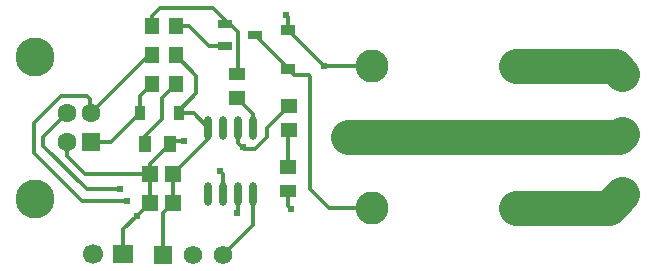
<source format=gtl>
G04 Layer: TopLayer*
G04 EasyEDA v6.5.46, 2024-12-21 23:49:30*
G04 a48d52c4405643ed9221939320048749,90bc6745850c4897ba40f9b8fad946ce,10*
G04 Gerber Generator version 0.2*
G04 Scale: 100 percent, Rotated: No, Reflected: No *
G04 Dimensions in millimeters *
G04 leading zeros omitted , absolute positions ,4 integer and 5 decimal *
%FSLAX45Y45*%
%MOMM*%

%AMMACRO1*21,1,$1,$2,0,0,$3*%
%ADD10C,0.3000*%
%ADD11C,3.0000*%
%ADD12MACRO1,1.35X1.41X90.0000*%
%ADD13R,1.3995X1.3005*%
%ADD14R,1.0000X1.3995*%
%ADD15MACRO1,1.377X1.1325X-90.0000*%
%ADD16MACRO1,1.377X1.1325X0.0000*%
%ADD17R,1.3770X1.1325*%
%ADD18R,0.9300X1.2000*%
%ADD19O,0.6500114X2.032*%
%ADD20R,1.2500X0.7000*%
%ADD21MACRO1,1.377X1.1325X90.0000*%
%ADD22R,1.2000X0.9300*%
%ADD23R,1.7000X1.5748*%
%ADD24C,1.7000*%
%ADD25C,1.5748*%
%ADD26R,1.5748X1.5748*%
%ADD27R,1.6000X1.6000*%
%ADD28C,1.6000*%
%ADD29C,3.3000*%
%ADD30C,2.0000*%
%ADD31C,2.7940*%
%ADD32C,0.6200*%

%LPD*%
D10*
X1746757Y6830568D02*
G01*
X1739900Y6837426D01*
X1739900Y6946900D01*
X1714500Y6972300D01*
X1498600Y6972300D01*
X1270000Y6743700D01*
X1270000Y6489700D01*
X1676400Y6083300D01*
X2057400Y6083300D01*
X2984500Y5981700D02*
G01*
X2997200Y5994400D01*
X2997200Y6146594D01*
X1546806Y6830590D02*
G01*
X1346200Y6629981D01*
X1346200Y6553200D01*
X1714500Y6184900D01*
X1993900Y6184900D01*
X2844800Y6337300D02*
G01*
X2870200Y6311900D01*
X2870200Y6146594D01*
X1546806Y6580609D02*
G01*
X1546806Y6466893D01*
X1699257Y6314442D01*
X2244923Y6314442D01*
X3403600Y7658100D02*
G01*
X3419784Y7641907D01*
X3419784Y7531000D01*
X2164902Y6826181D02*
G01*
X1919330Y6580609D01*
X1746808Y6580609D01*
X2416558Y6567804D02*
G01*
X2440048Y6591300D01*
X2540000Y6591300D01*
X2416558Y6567804D02*
G01*
X2244923Y6396179D01*
X2244923Y6314442D01*
X3124200Y6146594D02*
G01*
X3124200Y5880100D01*
X2870200Y5626100D01*
X2445059Y6070600D02*
G01*
X2362200Y5987740D01*
X2362200Y5626100D01*
X2245060Y6070600D02*
G01*
X2135858Y5961397D01*
X2135858Y5961397D02*
G01*
X2019300Y5844839D01*
X2019300Y5638800D01*
X2444922Y6314442D02*
G01*
X2445059Y6070600D01*
X2265288Y7076213D02*
G01*
X2164902Y6975828D01*
X2164902Y6826181D01*
X2743200Y6705805D02*
G01*
X2622821Y6826181D01*
X2494904Y6826181D01*
X2444922Y6314442D02*
G01*
X2743200Y6612712D01*
X2743200Y6705805D01*
X2244923Y6314442D02*
G01*
X2245060Y6070600D01*
X1746808Y6830590D02*
G01*
X2238908Y7322690D01*
X2265288Y7322690D01*
X2465288Y7076213D02*
G01*
X2349500Y6960425D01*
X2349500Y6781800D01*
X2206500Y6638800D01*
X2206500Y6567804D01*
X2465288Y7322690D02*
G01*
X2641600Y7146378D01*
X2641600Y6997700D01*
X2494904Y6851004D01*
X2494904Y6826181D01*
X3441700Y6019800D02*
G01*
X3416300Y6045200D01*
X3416300Y6173774D01*
X3424560Y6892292D02*
G01*
X3238500Y6706232D01*
X3238500Y6629400D01*
X3136900Y6527800D01*
X3048000Y6527800D01*
X2997200Y6578600D01*
X2997200Y6705805D01*
X2984500Y6961200D02*
G01*
X3124200Y6821500D01*
X3124200Y6705805D01*
X3424560Y6682234D02*
G01*
X3416300Y6673974D01*
X3416300Y6373799D01*
X3419784Y7200999D02*
G01*
X3470696Y7150100D01*
X3594100Y7150100D01*
X3606800Y7137400D01*
X3606800Y6184900D01*
X3762301Y6029398D01*
X4125490Y6029398D01*
X3419784Y7531000D02*
G01*
X3721384Y7229401D01*
X3721384Y7229401D02*
G01*
X4125490Y7229401D01*
X3134865Y7493000D02*
G01*
X3419784Y7208080D01*
X3419784Y7200999D01*
X2884934Y7587995D02*
G01*
X2927598Y7587995D01*
X2997200Y7518400D01*
X2997200Y7173899D01*
X2984500Y7161199D01*
X2265250Y7569200D02*
G01*
X2265250Y7650050D01*
X2336800Y7721600D01*
X2781300Y7721600D01*
X2884934Y7617965D01*
X2884934Y7587995D01*
X2465250Y7569200D02*
G01*
X2578100Y7569200D01*
X2749301Y7398004D01*
X2884934Y7398004D01*
D11*
X5345508Y6029449D02*
G01*
X6131062Y6029449D01*
X6248400Y6146794D01*
X5345508Y7229350D02*
G01*
X6181849Y7229350D01*
X6248400Y7162794D01*
X3925491Y6629400D02*
G01*
X6223012Y6629400D01*
X6248400Y6654794D01*
D12*
G01*
X2444930Y6314440D03*
G01*
X2244925Y6314440D03*
D13*
G01*
X3424554Y6682231D03*
G01*
X3424554Y6892289D03*
D14*
G01*
X2206497Y6567804D03*
G01*
X2416556Y6567804D03*
D15*
G01*
X2265243Y7569200D03*
G01*
X2465252Y7569200D03*
D16*
G01*
X2984500Y6961195D03*
D17*
G01*
X2984500Y7161199D03*
D12*
G01*
X2445049Y6070600D03*
G01*
X2245045Y6070600D03*
D18*
G01*
X2494904Y6826183D03*
G01*
X2164908Y6826183D03*
D19*
G01*
X3124200Y6705803D03*
G01*
X2997200Y6705803D03*
G01*
X2870200Y6705803D03*
G01*
X2743200Y6705803D03*
G01*
X2743200Y6146596D03*
G01*
X2870200Y6146596D03*
G01*
X2997200Y6146596D03*
G01*
X3124200Y6146596D03*
D20*
G01*
X3134868Y7493000D03*
G01*
X2884931Y7398004D03*
G01*
X2884931Y7587995D03*
D21*
G01*
X2465293Y7322700D03*
G01*
X2265283Y7322700D03*
D15*
G01*
X2265283Y7076203D03*
G01*
X2465293Y7076203D03*
D22*
G01*
X3419789Y7530998D03*
G01*
X3419789Y7201001D03*
D16*
G01*
X3416292Y6373792D03*
D17*
G01*
X3416300Y6173774D03*
D23*
G01*
X2019300Y5638800D03*
D24*
G01*
X1765300Y5638800D03*
D25*
G01*
X2870200Y5626100D03*
G01*
X2616200Y5626100D03*
D26*
G01*
X2362200Y5626100D03*
D27*
G01*
X1746808Y6580606D03*
D28*
G01*
X1746808Y6830593D03*
G01*
X1546809Y6830593D03*
G01*
X1546809Y6580606D03*
D29*
G01*
X1275816Y7307605D03*
G01*
X1275816Y6103594D03*
D30*
G01*
X6248387Y7150087D03*
G01*
X6248387Y6134087D03*
G01*
X6248387Y6642087D03*
D31*
G01*
X5345498Y6029439D03*
G01*
X3925486Y6629387D03*
G01*
X4125485Y7229386D03*
G01*
X4125485Y6029388D03*
G01*
X5345498Y7229335D03*
D32*
G01*
X3721389Y7229398D03*
G01*
X3441700Y6019800D03*
G01*
X2135858Y5961400D03*
G01*
X2135858Y5961400D03*
G01*
X2540000Y6591300D03*
G01*
X3035300Y6540500D03*
G01*
X3403600Y7658100D03*
G01*
X1993900Y6184900D03*
G01*
X2844800Y6337300D03*
G01*
X2057400Y6083300D03*
G01*
X2984500Y5981700D03*
M02*

</source>
